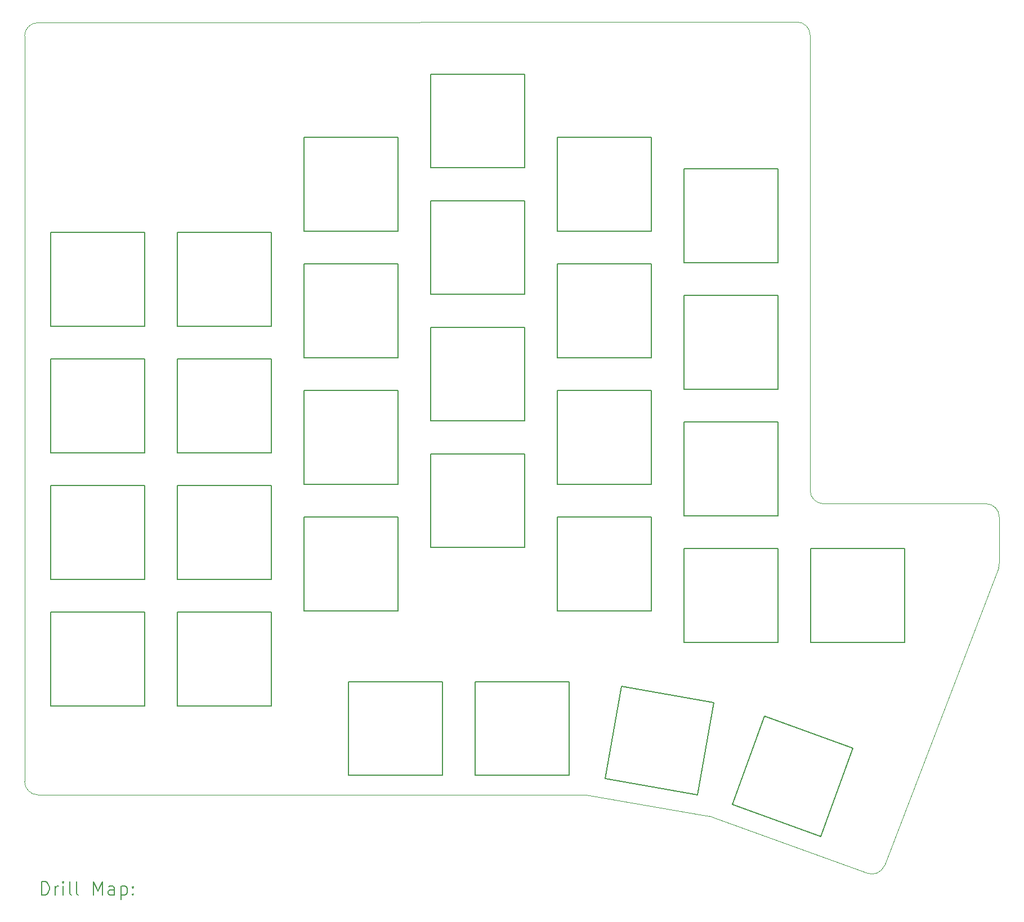
<source format=gbr>
%TF.GenerationSoftware,KiCad,Pcbnew,9.0.6*%
%TF.CreationDate,2025-12-07T22:25:54+09:00*%
%TF.ProjectId,tarakkie_v1_left_top2,74617261-6b6b-4696-955f-76315f6c6566,rev?*%
%TF.SameCoordinates,Original*%
%TF.FileFunction,Drillmap*%
%TF.FilePolarity,Positive*%
%FSLAX45Y45*%
G04 Gerber Fmt 4.5, Leading zero omitted, Abs format (unit mm)*
G04 Created by KiCad (PCBNEW 9.0.6) date 2025-12-07 22:25:54*
%MOMM*%
%LPD*%
G01*
G04 APERTURE LIST*
%ADD10C,0.050000*%
%ADD11C,0.150000*%
%ADD12C,0.200000*%
G04 APERTURE END LIST*
D10*
X18548348Y-11964625D02*
X16832015Y-16445591D01*
X15516250Y-3750000D02*
G75*
G02*
X15716250Y-3950000I0J-200000D01*
G01*
X15916250Y-11000000D02*
X18360000Y-11000000D01*
X16832015Y-16445591D02*
G75*
G02*
X16576898Y-16562012I-186775J71551D01*
G01*
X3900000Y-3959828D02*
G75*
G02*
X4099828Y-3759830I200000J-2D01*
G01*
X14200280Y-15701210D02*
X12346663Y-15384609D01*
X18560000Y-11200000D02*
X18560000Y-11897357D01*
X4099828Y-3759828D02*
X15516250Y-3750000D01*
X12313032Y-15381754D02*
X4099958Y-15380042D01*
X15716250Y-3950000D02*
X15716250Y-10800000D01*
X18360000Y-11000000D02*
G75*
G02*
X18560000Y-11200000I0J-200000D01*
G01*
X4099958Y-15380042D02*
G75*
G02*
X3899998Y-15180042I42J200002D01*
G01*
X14200280Y-15701210D02*
G75*
G02*
X14234956Y-15710396I-33660J-197110D01*
G01*
X16576898Y-16562012D02*
X14234956Y-15710397D01*
X3900000Y-15180042D02*
X3900000Y-3959828D01*
X18560000Y-11897357D02*
G75*
G02*
X18548349Y-11964625I-200000J-3D01*
G01*
X12313032Y-15381754D02*
G75*
G02*
X12346663Y-15384609I-42J-200006D01*
G01*
X15916250Y-11000000D02*
G75*
G02*
X15716250Y-10800000I0J200000D01*
G01*
D11*
X8772375Y-13677750D02*
X10182375Y-13677750D01*
X8772375Y-15087750D02*
X8772375Y-13677750D01*
X10182375Y-13677750D02*
X10182375Y-15087750D01*
X10182375Y-15087750D02*
X8772375Y-15087750D01*
X13820625Y-7867500D02*
X15230625Y-7867500D01*
X13820625Y-9277500D02*
X13820625Y-7867500D01*
X15230625Y-7867500D02*
X15230625Y-9277500D01*
X15230625Y-9277500D02*
X13820625Y-9277500D01*
X4295625Y-6915000D02*
X5705625Y-6915000D01*
X4295625Y-8325000D02*
X4295625Y-6915000D01*
X5705625Y-6915000D02*
X5705625Y-8325000D01*
X5705625Y-8325000D02*
X4295625Y-8325000D01*
X10010625Y-10248750D02*
X11420625Y-10248750D01*
X10010625Y-11658750D02*
X10010625Y-10248750D01*
X11420625Y-10248750D02*
X11420625Y-11658750D01*
X11420625Y-11658750D02*
X10010625Y-11658750D01*
X13820625Y-9772500D02*
X15230625Y-9772500D01*
X13820625Y-11182500D02*
X13820625Y-9772500D01*
X15230625Y-9772500D02*
X15230625Y-11182500D01*
X15230625Y-11182500D02*
X13820625Y-11182500D01*
X4295625Y-10725000D02*
X5705625Y-10725000D01*
X4295625Y-12135000D02*
X4295625Y-10725000D01*
X5705625Y-10725000D02*
X5705625Y-12135000D01*
X5705625Y-12135000D02*
X4295625Y-12135000D01*
X6200625Y-12630000D02*
X7610625Y-12630000D01*
X6200625Y-14040000D02*
X6200625Y-12630000D01*
X7610625Y-12630000D02*
X7610625Y-14040000D01*
X7610625Y-14040000D02*
X6200625Y-14040000D01*
X10677375Y-13677750D02*
X12087375Y-13677750D01*
X10677375Y-15087750D02*
X10677375Y-13677750D01*
X12087375Y-13677750D02*
X12087375Y-15087750D01*
X12087375Y-15087750D02*
X10677375Y-15087750D01*
X15725625Y-11677500D02*
X17135625Y-11677500D01*
X15725625Y-13087500D02*
X15725625Y-11677500D01*
X17135625Y-11677500D02*
X17135625Y-13087500D01*
X17135625Y-13087500D02*
X15725625Y-13087500D01*
X8105625Y-5486250D02*
X9515625Y-5486250D01*
X8105625Y-6896250D02*
X8105625Y-5486250D01*
X9515625Y-5486250D02*
X9515625Y-6896250D01*
X9515625Y-6896250D02*
X8105625Y-6896250D01*
X14546392Y-15523359D02*
X15028641Y-14198392D01*
X15028641Y-14198392D02*
X16353607Y-14680641D01*
X15871359Y-16005607D02*
X14546392Y-15523359D01*
X16353607Y-14680641D02*
X15871359Y-16005607D01*
X10010625Y-8343750D02*
X11420625Y-8343750D01*
X10010625Y-9753750D02*
X10010625Y-8343750D01*
X11420625Y-8343750D02*
X11420625Y-9753750D01*
X11420625Y-9753750D02*
X10010625Y-9753750D01*
X13820625Y-11677500D02*
X15230625Y-11677500D01*
X13820625Y-13087500D02*
X13820625Y-11677500D01*
X15230625Y-11677500D02*
X15230625Y-13087500D01*
X15230625Y-13087500D02*
X13820625Y-13087500D01*
X8105625Y-7391250D02*
X9515625Y-7391250D01*
X8105625Y-8801250D02*
X8105625Y-7391250D01*
X9515625Y-7391250D02*
X9515625Y-8801250D01*
X9515625Y-8801250D02*
X8105625Y-8801250D01*
X6200625Y-8820000D02*
X7610625Y-8820000D01*
X6200625Y-10230000D02*
X6200625Y-8820000D01*
X7610625Y-8820000D02*
X7610625Y-10230000D01*
X7610625Y-10230000D02*
X6200625Y-10230000D01*
X4295625Y-8820000D02*
X5705625Y-8820000D01*
X4295625Y-10230000D02*
X4295625Y-8820000D01*
X5705625Y-8820000D02*
X5705625Y-10230000D01*
X5705625Y-10230000D02*
X4295625Y-10230000D01*
X4295625Y-12630000D02*
X5705625Y-12630000D01*
X4295625Y-14040000D02*
X4295625Y-12630000D01*
X5705625Y-12630000D02*
X5705625Y-14040000D01*
X5705625Y-14040000D02*
X4295625Y-14040000D01*
X10010625Y-4533750D02*
X11420625Y-4533750D01*
X10010625Y-5943750D02*
X10010625Y-4533750D01*
X11420625Y-4533750D02*
X11420625Y-5943750D01*
X11420625Y-5943750D02*
X10010625Y-5943750D01*
X13820625Y-5962500D02*
X15230625Y-5962500D01*
X13820625Y-7372500D02*
X13820625Y-5962500D01*
X15230625Y-5962500D02*
X15230625Y-7372500D01*
X15230625Y-7372500D02*
X13820625Y-7372500D01*
X8105625Y-11201250D02*
X9515625Y-11201250D01*
X8105625Y-12611250D02*
X8105625Y-11201250D01*
X9515625Y-11201250D02*
X9515625Y-12611250D01*
X9515625Y-12611250D02*
X8105625Y-12611250D01*
X11915625Y-9296250D02*
X13325625Y-9296250D01*
X11915625Y-10706250D02*
X11915625Y-9296250D01*
X13325625Y-9296250D02*
X13325625Y-10706250D01*
X13325625Y-10706250D02*
X11915625Y-10706250D01*
X8105625Y-9296250D02*
X9515625Y-9296250D01*
X8105625Y-10706250D02*
X8105625Y-9296250D01*
X9515625Y-9296250D02*
X9515625Y-10706250D01*
X9515625Y-10706250D02*
X8105625Y-10706250D01*
X6200625Y-10725000D02*
X7610625Y-10725000D01*
X6200625Y-12135000D02*
X6200625Y-10725000D01*
X7610625Y-10725000D02*
X7610625Y-12135000D01*
X7610625Y-12135000D02*
X6200625Y-12135000D01*
X12630289Y-15135867D02*
X12875132Y-13747289D01*
X12875132Y-13747289D02*
X14263711Y-13992132D01*
X14018867Y-15380711D02*
X12630289Y-15135867D01*
X14263711Y-13992132D02*
X14018867Y-15380711D01*
X10010625Y-6438750D02*
X11420625Y-6438750D01*
X10010625Y-7848750D02*
X10010625Y-6438750D01*
X11420625Y-6438750D02*
X11420625Y-7848750D01*
X11420625Y-7848750D02*
X10010625Y-7848750D01*
X11915625Y-11201250D02*
X13325625Y-11201250D01*
X11915625Y-12611250D02*
X11915625Y-11201250D01*
X13325625Y-11201250D02*
X13325625Y-12611250D01*
X13325625Y-12611250D02*
X11915625Y-12611250D01*
X11915625Y-7391250D02*
X13325625Y-7391250D01*
X11915625Y-8801250D02*
X11915625Y-7391250D01*
X13325625Y-7391250D02*
X13325625Y-8801250D01*
X13325625Y-8801250D02*
X11915625Y-8801250D01*
X11915625Y-5486250D02*
X13325625Y-5486250D01*
X11915625Y-6896250D02*
X11915625Y-5486250D01*
X13325625Y-5486250D02*
X13325625Y-6896250D01*
X13325625Y-6896250D02*
X11915625Y-6896250D01*
X6200625Y-6915000D02*
X7610625Y-6915000D01*
X6200625Y-8325000D02*
X6200625Y-6915000D01*
X7610625Y-6915000D02*
X7610625Y-8325000D01*
X7610625Y-8325000D02*
X6200625Y-8325000D01*
D12*
X4158277Y-16888034D02*
X4158277Y-16688034D01*
X4158277Y-16688034D02*
X4205896Y-16688034D01*
X4205896Y-16688034D02*
X4234467Y-16697558D01*
X4234467Y-16697558D02*
X4253515Y-16716606D01*
X4253515Y-16716606D02*
X4263039Y-16735653D01*
X4263039Y-16735653D02*
X4272563Y-16773749D01*
X4272563Y-16773749D02*
X4272563Y-16802320D01*
X4272563Y-16802320D02*
X4263039Y-16840415D01*
X4263039Y-16840415D02*
X4253515Y-16859463D01*
X4253515Y-16859463D02*
X4234467Y-16878511D01*
X4234467Y-16878511D02*
X4205896Y-16888034D01*
X4205896Y-16888034D02*
X4158277Y-16888034D01*
X4358277Y-16888034D02*
X4358277Y-16754701D01*
X4358277Y-16792796D02*
X4367801Y-16773749D01*
X4367801Y-16773749D02*
X4377324Y-16764225D01*
X4377324Y-16764225D02*
X4396372Y-16754701D01*
X4396372Y-16754701D02*
X4415420Y-16754701D01*
X4482086Y-16888034D02*
X4482086Y-16754701D01*
X4482086Y-16688034D02*
X4472563Y-16697558D01*
X4472563Y-16697558D02*
X4482086Y-16707082D01*
X4482086Y-16707082D02*
X4491610Y-16697558D01*
X4491610Y-16697558D02*
X4482086Y-16688034D01*
X4482086Y-16688034D02*
X4482086Y-16707082D01*
X4605896Y-16888034D02*
X4586848Y-16878511D01*
X4586848Y-16878511D02*
X4577324Y-16859463D01*
X4577324Y-16859463D02*
X4577324Y-16688034D01*
X4710658Y-16888034D02*
X4691610Y-16878511D01*
X4691610Y-16878511D02*
X4682086Y-16859463D01*
X4682086Y-16859463D02*
X4682086Y-16688034D01*
X4939229Y-16888034D02*
X4939229Y-16688034D01*
X4939229Y-16688034D02*
X5005896Y-16830892D01*
X5005896Y-16830892D02*
X5072563Y-16688034D01*
X5072563Y-16688034D02*
X5072563Y-16888034D01*
X5253515Y-16888034D02*
X5253515Y-16783273D01*
X5253515Y-16783273D02*
X5243991Y-16764225D01*
X5243991Y-16764225D02*
X5224944Y-16754701D01*
X5224944Y-16754701D02*
X5186848Y-16754701D01*
X5186848Y-16754701D02*
X5167801Y-16764225D01*
X5253515Y-16878511D02*
X5234467Y-16888034D01*
X5234467Y-16888034D02*
X5186848Y-16888034D01*
X5186848Y-16888034D02*
X5167801Y-16878511D01*
X5167801Y-16878511D02*
X5158277Y-16859463D01*
X5158277Y-16859463D02*
X5158277Y-16840415D01*
X5158277Y-16840415D02*
X5167801Y-16821368D01*
X5167801Y-16821368D02*
X5186848Y-16811844D01*
X5186848Y-16811844D02*
X5234467Y-16811844D01*
X5234467Y-16811844D02*
X5253515Y-16802320D01*
X5348753Y-16754701D02*
X5348753Y-16954701D01*
X5348753Y-16764225D02*
X5367801Y-16754701D01*
X5367801Y-16754701D02*
X5405896Y-16754701D01*
X5405896Y-16754701D02*
X5424944Y-16764225D01*
X5424944Y-16764225D02*
X5434467Y-16773749D01*
X5434467Y-16773749D02*
X5443991Y-16792796D01*
X5443991Y-16792796D02*
X5443991Y-16849939D01*
X5443991Y-16849939D02*
X5434467Y-16868987D01*
X5434467Y-16868987D02*
X5424944Y-16878511D01*
X5424944Y-16878511D02*
X5405896Y-16888034D01*
X5405896Y-16888034D02*
X5367801Y-16888034D01*
X5367801Y-16888034D02*
X5348753Y-16878511D01*
X5529705Y-16868987D02*
X5539229Y-16878511D01*
X5539229Y-16878511D02*
X5529705Y-16888034D01*
X5529705Y-16888034D02*
X5520182Y-16878511D01*
X5520182Y-16878511D02*
X5529705Y-16868987D01*
X5529705Y-16868987D02*
X5529705Y-16888034D01*
X5529705Y-16764225D02*
X5539229Y-16773749D01*
X5539229Y-16773749D02*
X5529705Y-16783273D01*
X5529705Y-16783273D02*
X5520182Y-16773749D01*
X5520182Y-16773749D02*
X5529705Y-16764225D01*
X5529705Y-16764225D02*
X5529705Y-16783273D01*
M02*

</source>
